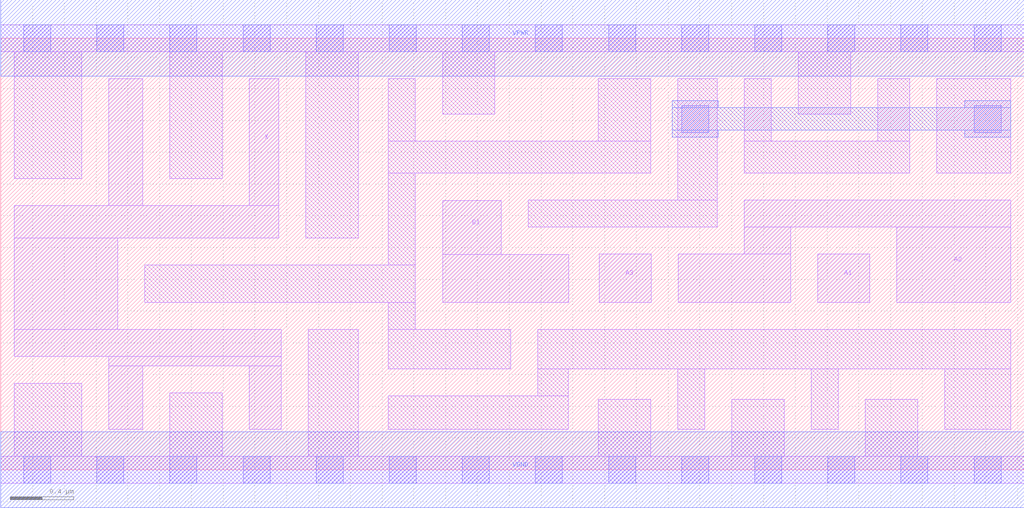
<source format=lef>
# Copyright 2020 The SkyWater PDK Authors
#
# Licensed under the Apache License, Version 2.0 (the "License");
# you may not use this file except in compliance with the License.
# You may obtain a copy of the License at
#
#     https://www.apache.org/licenses/LICENSE-2.0
#
# Unless required by applicable law or agreed to in writing, software
# distributed under the License is distributed on an "AS IS" BASIS,
# WITHOUT WARRANTIES OR CONDITIONS OF ANY KIND, either express or implied.
# See the License for the specific language governing permissions and
# limitations under the License.
#
# SPDX-License-Identifier: Apache-2.0

VERSION 5.7 ;
  NAMESCASESENSITIVE ON ;
  NOWIREEXTENSIONATPIN ON ;
  DIVIDERCHAR "/" ;
  BUSBITCHARS "[]" ;
UNITS
  DATABASE MICRONS 200 ;
END UNITS
MACRO sky130_fd_sc_hd__o31a_4
  CLASS CORE ;
  SOURCE USER ;
  FOREIGN sky130_fd_sc_hd__o31a_4 ;
  ORIGIN  0.000000  0.000000 ;
  SIZE  6.440000 BY  2.720000 ;
  SYMMETRY X Y R90 ;
  SITE unithd ;
  PIN A1
    ANTENNAGATEAREA  0.495000 ;
    DIRECTION INPUT ;
    USE SIGNAL ;
    PORT
      LAYER li1 ;
        RECT 5.140000 1.055000 5.470000 1.360000 ;
    END
  END A1
  PIN A2
    ANTENNAGATEAREA  0.495000 ;
    DIRECTION INPUT ;
    USE SIGNAL ;
    PORT
      LAYER li1 ;
        RECT 4.265000 1.055000 4.970000 1.360000 ;
        RECT 4.680000 1.360000 4.970000 1.530000 ;
        RECT 4.680000 1.530000 6.355000 1.700000 ;
        RECT 5.640000 1.055000 6.355000 1.530000 ;
    END
  END A2
  PIN A3
    ANTENNAGATEAREA  0.495000 ;
    DIRECTION INPUT ;
    USE SIGNAL ;
    PORT
      LAYER li1 ;
        RECT 3.765000 1.055000 4.095000 1.360000 ;
    END
  END A3
  PIN B1
    ANTENNAGATEAREA  0.495000 ;
    DIRECTION INPUT ;
    USE SIGNAL ;
    PORT
      LAYER li1 ;
        RECT 2.780000 1.055000 3.575000 1.355000 ;
        RECT 2.780000 1.355000 3.150000 1.695000 ;
    END
  END B1
  PIN X
    ANTENNADIFFAREA  0.891000 ;
    DIRECTION OUTPUT ;
    USE SIGNAL ;
    PORT
      LAYER li1 ;
        RECT 0.085000 0.715000 1.765000 0.885000 ;
        RECT 0.085000 0.885000 0.735000 1.460000 ;
        RECT 0.085000 1.460000 1.750000 1.665000 ;
        RECT 0.680000 0.255000 0.895000 0.655000 ;
        RECT 0.680000 0.655000 1.765000 0.715000 ;
        RECT 0.680000 1.665000 0.895000 2.465000 ;
        RECT 1.565000 0.255000 1.765000 0.655000 ;
        RECT 1.565000 1.665000 1.750000 2.465000 ;
    END
  END X
  PIN VGND
    DIRECTION INOUT ;
    SHAPE ABUTMENT ;
    USE GROUND ;
    PORT
      LAYER met1 ;
        RECT 0.000000 -0.240000 6.440000 0.240000 ;
    END
  END VGND
  PIN VPWR
    DIRECTION INOUT ;
    SHAPE ABUTMENT ;
    USE POWER ;
    PORT
      LAYER met1 ;
        RECT 0.000000 2.480000 6.440000 2.960000 ;
    END
  END VPWR
  OBS
    LAYER li1 ;
      RECT 0.000000 -0.085000 6.440000 0.085000 ;
      RECT 0.000000  2.635000 6.440000 2.805000 ;
      RECT 0.085000  0.085000 0.510000 0.545000 ;
      RECT 0.085000  1.835000 0.510000 2.635000 ;
      RECT 0.905000  1.055000 2.610000 1.290000 ;
      RECT 1.065000  0.085000 1.395000 0.485000 ;
      RECT 1.065000  1.835000 1.395000 2.635000 ;
      RECT 1.920000  1.460000 2.250000 2.635000 ;
      RECT 1.935000  0.085000 2.250000 0.885000 ;
      RECT 2.440000  0.255000 3.570000 0.465000 ;
      RECT 2.440000  0.635000 3.210000 0.885000 ;
      RECT 2.440000  0.885000 2.610000 1.055000 ;
      RECT 2.440000  1.290000 2.610000 1.870000 ;
      RECT 2.440000  1.870000 4.090000 2.070000 ;
      RECT 2.440000  2.070000 2.610000 2.465000 ;
      RECT 2.780000  2.240000 3.110000 2.635000 ;
      RECT 3.320000  1.530000 4.510000 1.700000 ;
      RECT 3.380000  0.465000 3.570000 0.635000 ;
      RECT 3.380000  0.635000 6.355000 0.885000 ;
      RECT 3.760000  0.085000 4.090000 0.445000 ;
      RECT 3.760000  2.070000 4.090000 2.465000 ;
      RECT 4.260000  0.255000 4.430000 0.635000 ;
      RECT 4.260000  1.700000 4.510000 2.465000 ;
      RECT 4.600000  0.085000 4.930000 0.445000 ;
      RECT 4.680000  1.870000 5.720000 2.070000 ;
      RECT 4.680000  2.070000 4.850000 2.465000 ;
      RECT 5.020000  2.240000 5.350000 2.635000 ;
      RECT 5.100000  0.255000 5.270000 0.635000 ;
      RECT 5.440000  0.085000 5.770000 0.445000 ;
      RECT 5.520000  2.070000 5.720000 2.465000 ;
      RECT 5.890000  1.870000 6.355000 2.465000 ;
      RECT 5.940000  0.255000 6.355000 0.635000 ;
    LAYER mcon ;
      RECT 0.145000 -0.085000 0.315000 0.085000 ;
      RECT 0.145000  2.635000 0.315000 2.805000 ;
      RECT 0.605000 -0.085000 0.775000 0.085000 ;
      RECT 0.605000  2.635000 0.775000 2.805000 ;
      RECT 1.065000 -0.085000 1.235000 0.085000 ;
      RECT 1.065000  2.635000 1.235000 2.805000 ;
      RECT 1.525000 -0.085000 1.695000 0.085000 ;
      RECT 1.525000  2.635000 1.695000 2.805000 ;
      RECT 1.985000 -0.085000 2.155000 0.085000 ;
      RECT 1.985000  2.635000 2.155000 2.805000 ;
      RECT 2.445000 -0.085000 2.615000 0.085000 ;
      RECT 2.445000  2.635000 2.615000 2.805000 ;
      RECT 2.905000 -0.085000 3.075000 0.085000 ;
      RECT 2.905000  2.635000 3.075000 2.805000 ;
      RECT 3.365000 -0.085000 3.535000 0.085000 ;
      RECT 3.365000  2.635000 3.535000 2.805000 ;
      RECT 3.825000 -0.085000 3.995000 0.085000 ;
      RECT 3.825000  2.635000 3.995000 2.805000 ;
      RECT 4.285000 -0.085000 4.455000 0.085000 ;
      RECT 4.285000  2.125000 4.455000 2.295000 ;
      RECT 4.285000  2.635000 4.455000 2.805000 ;
      RECT 4.745000 -0.085000 4.915000 0.085000 ;
      RECT 4.745000  2.635000 4.915000 2.805000 ;
      RECT 5.205000 -0.085000 5.375000 0.085000 ;
      RECT 5.205000  2.635000 5.375000 2.805000 ;
      RECT 5.665000 -0.085000 5.835000 0.085000 ;
      RECT 5.665000  2.635000 5.835000 2.805000 ;
      RECT 6.125000 -0.085000 6.295000 0.085000 ;
      RECT 6.125000  2.125000 6.295000 2.295000 ;
      RECT 6.125000  2.635000 6.295000 2.805000 ;
    LAYER met1 ;
      RECT 4.225000 2.095000 4.515000 2.140000 ;
      RECT 4.225000 2.140000 6.355000 2.280000 ;
      RECT 4.225000 2.280000 4.515000 2.325000 ;
      RECT 6.065000 2.095000 6.355000 2.140000 ;
      RECT 6.065000 2.280000 6.355000 2.325000 ;
  END
END sky130_fd_sc_hd__o31a_4

</source>
